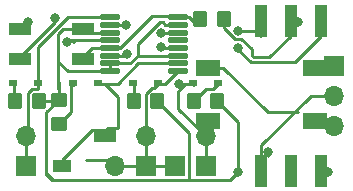
<source format=gbr>
%TF.GenerationSoftware,KiCad,Pcbnew,7.0.9*%
%TF.CreationDate,2024-03-13T02:47:38-05:00*%
%TF.ProjectId,SWITCHES,53574954-4348-4455-932e-6b696361645f,rev?*%
%TF.SameCoordinates,Original*%
%TF.FileFunction,Copper,L1,Top*%
%TF.FilePolarity,Positive*%
%FSLAX46Y46*%
G04 Gerber Fmt 4.6, Leading zero omitted, Abs format (unit mm)*
G04 Created by KiCad (PCBNEW 7.0.9) date 2024-03-13 02:47:38*
%MOMM*%
%LPD*%
G01*
G04 APERTURE LIST*
G04 Aperture macros list*
%AMRoundRect*
0 Rectangle with rounded corners*
0 $1 Rounding radius*
0 $2 $3 $4 $5 $6 $7 $8 $9 X,Y pos of 4 corners*
0 Add a 4 corners polygon primitive as box body*
4,1,4,$2,$3,$4,$5,$6,$7,$8,$9,$2,$3,0*
0 Add four circle primitives for the rounded corners*
1,1,$1+$1,$2,$3*
1,1,$1+$1,$4,$5*
1,1,$1+$1,$6,$7*
1,1,$1+$1,$8,$9*
0 Add four rect primitives between the rounded corners*
20,1,$1+$1,$2,$3,$4,$5,0*
20,1,$1+$1,$4,$5,$6,$7,0*
20,1,$1+$1,$6,$7,$8,$9,0*
20,1,$1+$1,$8,$9,$2,$3,0*%
G04 Aperture macros list end*
%TA.AperFunction,SMDPad,CuDef*%
%ADD10R,2.100000X1.400000*%
%TD*%
%TA.AperFunction,SMDPad,CuDef*%
%ADD11R,0.660400X0.609600*%
%TD*%
%TA.AperFunction,SMDPad,CuDef*%
%ADD12RoundRect,0.250000X-0.350000X-0.450000X0.350000X-0.450000X0.350000X0.450000X-0.350000X0.450000X0*%
%TD*%
%TA.AperFunction,SMDPad,CuDef*%
%ADD13R,1.000000X2.700000*%
%TD*%
%TA.AperFunction,ComponentPad*%
%ADD14R,1.700000X1.700000*%
%TD*%
%TA.AperFunction,ComponentPad*%
%ADD15O,1.700000X1.700000*%
%TD*%
%TA.AperFunction,SMDPad,CuDef*%
%ADD16R,1.900000X1.000000*%
%TD*%
%TA.AperFunction,SMDPad,CuDef*%
%ADD17R,1.500000X1.000000*%
%TD*%
%TA.AperFunction,SMDPad,CuDef*%
%ADD18R,1.875000X1.050000*%
%TD*%
%TA.AperFunction,SMDPad,CuDef*%
%ADD19RoundRect,0.020500X-0.764500X-0.184500X0.764500X-0.184500X0.764500X0.184500X-0.764500X0.184500X0*%
%TD*%
%TA.AperFunction,SMDPad,CuDef*%
%ADD20RoundRect,0.250000X0.450000X-0.350000X0.450000X0.350000X-0.450000X0.350000X-0.450000X-0.350000X0*%
%TD*%
%TA.AperFunction,ViaPad*%
%ADD21C,0.800000*%
%TD*%
%TA.AperFunction,Conductor*%
%ADD22C,0.250000*%
%TD*%
G04 APERTURE END LIST*
D10*
%TO.P,S2,1*%
%TO.N,GND*%
X166550000Y-89650000D03*
%TO.P,S2,2*%
%TO.N,/OUTPUT0*%
X157450000Y-89650000D03*
%TO.P,S2,3*%
%TO.N,/VCC_RES*%
X166550000Y-85150000D03*
%TO.P,S2,4*%
%TO.N,/DEBOUNCE1*%
X157450000Y-85150000D03*
%TD*%
D11*
%TO.P,LED6,1*%
%TO.N,Net-(LED6-Pad1)*%
X151080500Y-86400000D03*
%TO.P,LED6,2*%
%TO.N,/OUTPUT1*%
X153239500Y-86400000D03*
%TD*%
D12*
%TO.P,R1,1*%
%TO.N,VCC*%
X156800000Y-81000000D03*
%TO.P,R1,2*%
%TO.N,/VCC_RES*%
X158800000Y-81000000D03*
%TD*%
D13*
%TO.P,S1,1,1*%
%TO.N,/DEBOUNCE0*%
X167040000Y-81150000D03*
%TO.P,S1,2,2*%
%TO.N,/DEBOUNCE1*%
X161960000Y-93850000D03*
%TO.P,S1,4,4*%
%TO.N,/DEBOUNCE2*%
X161960000Y-81150000D03*
%TO.P,S1,8,8*%
%TO.N,/DEBOUNCE3*%
X167040000Y-93850000D03*
%TO.P,S1,C1,C1*%
%TO.N,/VCC_RES*%
X164500000Y-81150000D03*
%TO.P,S1,C2,C2*%
%TO.N,unconnected-(S1-PadC2)*%
X164500000Y-93850000D03*
%TD*%
D14*
%TO.P,J8,1,Pin_1*%
%TO.N,/OUTPUT1*%
X154660000Y-93500000D03*
D15*
%TO.P,J8,3,Pin_3*%
X149580000Y-93500000D03*
%TD*%
D14*
%TO.P,J7,1,Pin_1*%
%TO.N,/OUTPUT3*%
X142000000Y-93500000D03*
D15*
%TO.P,J7,2,Pin_2*%
X142000000Y-90960000D03*
%TD*%
D16*
%TO.P,J6,1,Pin_1*%
%TO.N,/OUTPUT2*%
X148730000Y-90960000D03*
D17*
%TO.P,J6,2,Pin_2*%
X145080000Y-93500000D03*
%TD*%
D11*
%TO.P,LED5,1*%
%TO.N,Net-(LED5-Pad1)*%
X158319500Y-86400000D03*
%TO.P,LED5,2*%
%TO.N,/OUTPUT0*%
X156160500Y-86400000D03*
%TD*%
%TO.P,LED7,1*%
%TO.N,Net-(LED7-Pad1)*%
X146000500Y-86400000D03*
%TO.P,LED7,2*%
%TO.N,/OUTPUT2*%
X148159500Y-86400000D03*
%TD*%
%TO.P,LED8,1*%
%TO.N,Net-(LED8-Pad1)*%
X140920500Y-86400000D03*
%TO.P,LED8,2*%
%TO.N,/OUTPUT3*%
X143079500Y-86400000D03*
%TD*%
D18*
%TO.P,D1,1*%
%TO.N,VCC*%
X146862500Y-84400000D03*
%TO.P,D1,2*%
%TO.N,Net-(J5-PWR)*%
X141537500Y-84400000D03*
%TO.P,D1,3*%
%TO.N,GND*%
X146862500Y-81900000D03*
%TO.P,D1,4*%
%TO.N,Net-(J4-PWR)*%
X141537500Y-81900000D03*
%TD*%
D19*
%TO.P,U1,1,Q4*%
%TO.N,/OUTPUT3*%
X149130000Y-80875000D03*
%TO.P,U1,2,Q1*%
%TO.N,/OUTPUT0*%
X149130000Y-81525000D03*
%TO.P,U1,3,R1*%
%TO.N,GND*%
X149130000Y-82175000D03*
%TO.P,U1,4,S1*%
%TO.N,/DEBOUNCE0*%
X149130000Y-82825000D03*
%TO.P,U1,5,ENABLE*%
%TO.N,VCC*%
X149130000Y-83475000D03*
%TO.P,U1,6,S2*%
%TO.N,/DEBOUNCE1*%
X149130000Y-84125000D03*
%TO.P,U1,7,R2*%
%TO.N,GND*%
X149130000Y-84775000D03*
%TO.P,U1,8,VSS*%
X149130000Y-85425000D03*
%TO.P,U1,9,Q2*%
%TO.N,/OUTPUT1*%
X154870000Y-85425000D03*
%TO.P,U1,10,Q3*%
%TO.N,/OUTPUT2*%
X154870000Y-84775000D03*
%TO.P,U1,11,R3*%
%TO.N,GND*%
X154870000Y-84125000D03*
%TO.P,U1,12,S3*%
%TO.N,/DEBOUNCE2*%
X154870000Y-83475000D03*
%TO.P,U1,13*%
%TO.N,N/C*%
X154870000Y-82825000D03*
%TO.P,U1,14,S4*%
%TO.N,/DEBOUNCE3*%
X154870000Y-82175000D03*
%TO.P,U1,15,R4*%
%TO.N,GND*%
X154870000Y-81525000D03*
%TO.P,U1,16,VDD*%
%TO.N,VCC*%
X154870000Y-80875000D03*
%TD*%
D14*
%TO.P,J1,1,Pin_1*%
%TO.N,/VCC_RES*%
X168150000Y-85000000D03*
D15*
%TO.P,J1,2,Pin_2*%
%TO.N,/DEBOUNCE1*%
X168150000Y-87540000D03*
%TO.P,J1,3,Pin_3*%
%TO.N,GND*%
X168150000Y-90080000D03*
%TD*%
D14*
%TO.P,J2,1,Pin_1*%
%TO.N,/OUTPUT0*%
X157240000Y-93500000D03*
D15*
%TO.P,J2,2,Pin_2*%
X157240000Y-90960000D03*
%TD*%
D14*
%TO.P,J3,1,Pin_1*%
%TO.N,/OUTPUT1*%
X152160000Y-93500000D03*
D15*
%TO.P,J3,2,Pin_2*%
X152160000Y-90960000D03*
%TD*%
D12*
%TO.P,R5,1*%
%TO.N,Net-(LED5-Pad1)*%
X156240000Y-88000000D03*
%TO.P,R5,2*%
%TO.N,GND*%
X158240000Y-88000000D03*
%TD*%
%TO.P,R6,1*%
%TO.N,Net-(LED6-Pad1)*%
X151160000Y-88000000D03*
%TO.P,R6,2*%
%TO.N,GND*%
X153160000Y-88000000D03*
%TD*%
D20*
%TO.P,R7,1*%
%TO.N,Net-(LED7-Pad1)*%
X144800000Y-89900000D03*
%TO.P,R7,2*%
%TO.N,GND*%
X144800000Y-87900000D03*
%TD*%
D12*
%TO.P,R8,1*%
%TO.N,Net-(LED8-Pad1)*%
X141150000Y-88000000D03*
%TO.P,R8,2*%
%TO.N,GND*%
X143150000Y-88000000D03*
%TD*%
D21*
%TO.N,GND*%
X160020000Y-93980000D03*
%TO.N,Net-(J5-PWR)*%
X144462701Y-80962701D03*
%TO.N,Net-(J4-PWR)*%
X142240000Y-81280000D03*
%TO.N,/OUTPUT0*%
X150500000Y-81500000D03*
X155000000Y-86500000D03*
%TO.N,/VCC_RES*%
X165100000Y-81280000D03*
%TO.N,/DEBOUNCE0*%
X160020000Y-83500000D03*
X145500000Y-83000000D03*
%TO.N,/DEBOUNCE3*%
X167640000Y-93980000D03*
X153500000Y-82200000D03*
%TO.N,/DEBOUNCE1*%
X162560000Y-92300000D03*
X150600000Y-84000000D03*
%TO.N,/DEBOUNCE2*%
X160000000Y-82000000D03*
X153500000Y-83400000D03*
%TD*%
D22*
%TO.N,GND*%
X147320000Y-94675000D02*
X154440000Y-94675000D01*
X144800000Y-86385000D02*
X144800000Y-87900000D01*
X144775000Y-86360000D02*
X144800000Y-86385000D01*
X145186396Y-81900000D02*
X144775000Y-82311396D01*
X144800000Y-87900000D02*
X143775000Y-88925000D01*
X149130000Y-85425000D02*
X149130000Y-84775000D01*
X160020000Y-89780000D02*
X158240000Y-88000000D01*
X151534104Y-84125000D02*
X154870000Y-84125000D01*
X144700000Y-88000000D02*
X144800000Y-87900000D01*
X144775000Y-84625000D02*
X144775000Y-86360000D01*
X144215000Y-94675000D02*
X147320000Y-94675000D01*
X160020000Y-93980000D02*
X160020000Y-89780000D01*
X143150000Y-88000000D02*
X144700000Y-88000000D01*
X149130000Y-82175000D02*
X146937500Y-82175000D01*
X153160000Y-88000000D02*
X155835000Y-90675000D01*
X155835000Y-94675000D02*
X154440000Y-94675000D01*
X154870000Y-81525000D02*
X153850305Y-81525000D01*
X166980000Y-90080000D02*
X166550000Y-89650000D01*
X143845000Y-94165000D02*
X144355000Y-94675000D01*
X153394695Y-81280000D02*
X151534104Y-83140591D01*
X153850305Y-81525000D02*
X153605305Y-81280000D01*
X159325000Y-94675000D02*
X160020000Y-93980000D01*
X149130000Y-84775000D02*
X150884104Y-84775000D01*
X150884104Y-84775000D02*
X151534104Y-84125000D01*
X144775000Y-86360000D02*
X144775000Y-86975000D01*
X143775000Y-88925000D02*
X143775000Y-94235000D01*
X144355000Y-94675000D02*
X147320000Y-94675000D01*
X146862500Y-81900000D02*
X145186396Y-81900000D01*
X143775000Y-94235000D02*
X144215000Y-94675000D01*
X168100000Y-90080000D02*
X166980000Y-90080000D01*
X155835000Y-90675000D02*
X155835000Y-94675000D01*
X144775000Y-84625000D02*
X145575000Y-85425000D01*
X144775000Y-82311396D02*
X144775000Y-84625000D01*
X154440000Y-94675000D02*
X159325000Y-94675000D01*
X145575000Y-85425000D02*
X149130000Y-85425000D01*
X151534104Y-83140591D02*
X151534104Y-84125000D01*
X153605305Y-81280000D02*
X153394695Y-81280000D01*
X146937500Y-82175000D02*
X146662500Y-81900000D01*
%TO.N,VCC*%
X155875000Y-80875000D02*
X156500000Y-81500000D01*
X149999695Y-83475000D02*
X149130000Y-83475000D01*
X154770000Y-80775000D02*
X152699695Y-80775000D01*
X152699695Y-80775000D02*
X149999695Y-83475000D01*
X147587500Y-83475000D02*
X146662500Y-84400000D01*
X154870000Y-80875000D02*
X154770000Y-80775000D01*
X154870000Y-80875000D02*
X155875000Y-80875000D01*
X149130000Y-83475000D02*
X147587500Y-83475000D01*
%TO.N,Net-(J5-PWR)*%
X144462701Y-80962701D02*
X144462701Y-81274799D01*
X144462701Y-81274799D02*
X141337500Y-84400000D01*
%TO.N,Net-(J4-PWR)*%
X141957500Y-81280000D02*
X141337500Y-81900000D01*
X142240000Y-81280000D02*
X141957500Y-81280000D01*
%TO.N,/OUTPUT0*%
X155580300Y-86500000D02*
X154940000Y-87140300D01*
X156160500Y-86500000D02*
X155580300Y-86500000D01*
X155000000Y-86500000D02*
X156160500Y-86500000D01*
X156240000Y-86579500D02*
X156160500Y-86500000D01*
X149155000Y-81500000D02*
X149130000Y-81525000D01*
X154940000Y-88660000D02*
X157240000Y-90960000D01*
X154940000Y-87140300D02*
X154940000Y-88660000D01*
X150500000Y-81500000D02*
X149155000Y-81500000D01*
X157240000Y-90460000D02*
X157240000Y-93000000D01*
%TO.N,/OUTPUT1*%
X152160000Y-90460000D02*
X152160000Y-87386827D01*
X154660000Y-93500000D02*
X152160000Y-93500000D01*
X152910278Y-86879000D02*
X153239500Y-86549778D01*
X152160000Y-90460000D02*
X152160000Y-93000000D01*
X153795000Y-86500000D02*
X154870000Y-85425000D01*
X153239500Y-86549778D02*
X153239500Y-86500000D01*
X152160000Y-93500000D02*
X149580000Y-93500000D01*
X153239500Y-86500000D02*
X153795000Y-86500000D01*
X147080000Y-93000000D02*
X149620000Y-93000000D01*
X152160000Y-87386827D02*
X152667827Y-86879000D01*
X152667827Y-86879000D02*
X152910278Y-86879000D01*
%TO.N,/OUTPUT2*%
X148739700Y-86500000D02*
X149860000Y-87620300D01*
X148970000Y-90220000D02*
X148730000Y-90460000D01*
X151520500Y-84775000D02*
X154870000Y-84775000D01*
X148159500Y-86500000D02*
X149795500Y-86500000D01*
X148159500Y-86500000D02*
X148739700Y-86500000D01*
X149795500Y-86500000D02*
X151520500Y-84775000D01*
X149860000Y-90220000D02*
X148970000Y-90220000D01*
X145080000Y-93000000D02*
X147620000Y-90460000D01*
X149860000Y-87620300D02*
X149860000Y-90220000D01*
X147620000Y-90460000D02*
X148730000Y-90460000D01*
%TO.N,/OUTPUT3*%
X145575000Y-80875000D02*
X149130000Y-80875000D01*
X143079500Y-86500000D02*
X143079500Y-86975000D01*
X142000000Y-90460000D02*
X142000000Y-93000000D01*
X142225000Y-87311827D02*
X142225000Y-90235000D01*
X142225000Y-90235000D02*
X142000000Y-90460000D01*
X143079500Y-86500000D02*
X143079500Y-83370500D01*
X143079500Y-83370500D02*
X145575000Y-80875000D01*
X143079500Y-86975000D02*
X142561827Y-86975000D01*
X142561827Y-86975000D02*
X142225000Y-87311827D01*
%TO.N,Net-(LED5-Pad1)*%
X157265000Y-86975000D02*
X157894278Y-86975000D01*
X157894278Y-86975000D02*
X158319500Y-86549778D01*
X158319500Y-86549778D02*
X158319500Y-86500000D01*
X157265000Y-86975000D02*
X156240000Y-88000000D01*
X158319500Y-86450222D02*
X158319500Y-86500000D01*
%TO.N,Net-(LED6-Pad1)*%
X151160000Y-88000000D02*
X151160000Y-86579500D01*
X151160000Y-86579500D02*
X151080500Y-86500000D01*
%TO.N,Net-(LED7-Pad1)*%
X145825000Y-86675500D02*
X146000500Y-86500000D01*
X144800000Y-89900000D02*
X145825000Y-88875000D01*
X146080000Y-86579500D02*
X146000500Y-86500000D01*
X146000500Y-86500000D02*
X146000500Y-86549778D01*
X145825000Y-88875000D02*
X145825000Y-86675500D01*
%TO.N,Net-(LED8-Pad1)*%
X141000000Y-88000000D02*
X141000000Y-86579500D01*
X141000000Y-86579500D02*
X140920500Y-86500000D01*
%TO.N,/VCC_RES*%
X164955505Y-81273562D02*
X164959314Y-81277371D01*
X161135000Y-84095000D02*
X161135000Y-83589695D01*
X161135000Y-83589695D02*
X160270305Y-82725000D01*
X158800000Y-81825305D02*
X158800000Y-81000000D01*
X164500000Y-82420000D02*
X164460000Y-82420000D01*
X164460000Y-82420000D02*
X162655000Y-84225000D01*
X164959314Y-81277371D02*
X164978987Y-81327495D01*
X162655000Y-84225000D02*
X161265000Y-84225000D01*
X167600000Y-85000000D02*
X167475000Y-85125000D01*
X161265000Y-84225000D02*
X161135000Y-84095000D01*
X168000000Y-85150000D02*
X168150000Y-85000000D01*
X166550000Y-85150000D02*
X168000000Y-85150000D01*
X160270305Y-82725000D02*
X159699695Y-82725000D01*
X164623562Y-81273562D02*
X164955505Y-81273562D01*
X164500000Y-81150000D02*
X164623562Y-81273562D01*
X159699695Y-82725000D02*
X158800000Y-81825305D01*
X167680000Y-85000000D02*
X168000000Y-85000000D01*
X167080000Y-85000000D02*
X167600000Y-85000000D01*
%TO.N,/DEBOUNCE0*%
X164785000Y-84675000D02*
X161078604Y-84675000D01*
X145775000Y-82825000D02*
X145500000Y-83100000D01*
X149130000Y-82825000D02*
X146175000Y-82825000D01*
X167040000Y-82420000D02*
X164785000Y-84675000D01*
X161078604Y-84675000D02*
X160020000Y-83616396D01*
X146175000Y-82825000D02*
X146000000Y-83000000D01*
X146175000Y-82825000D02*
X145775000Y-82825000D01*
X160020000Y-83616396D02*
X160020000Y-83500000D01*
%TO.N,/DEBOUNCE3*%
X153525000Y-82175000D02*
X153500000Y-82200000D01*
X167040000Y-92580000D02*
X167040000Y-93380000D01*
X167040000Y-93380000D02*
X167640000Y-93980000D01*
X154870000Y-82175000D02*
X153525000Y-82175000D01*
%TO.N,/DEBOUNCE1*%
X158750000Y-85150000D02*
X162500000Y-88900000D01*
X157450000Y-85150000D02*
X158750000Y-85150000D01*
X162560000Y-92300000D02*
X162560000Y-92580000D01*
X161960000Y-91730000D02*
X166150000Y-87540000D01*
X161960000Y-92580000D02*
X161960000Y-91730000D01*
X150600000Y-83800000D02*
X150275000Y-84125000D01*
X162500000Y-88900000D02*
X165100000Y-88900000D01*
X150275000Y-84125000D02*
X149130000Y-84125000D01*
X166150000Y-87540000D02*
X167600000Y-87540000D01*
%TO.N,/DEBOUNCE2*%
X161960000Y-81880000D02*
X161960000Y-82420000D01*
X154870000Y-83475000D02*
X153525000Y-83475000D01*
X161540000Y-82000000D02*
X161960000Y-82420000D01*
X160000000Y-82000000D02*
X161540000Y-82000000D01*
X153525000Y-83475000D02*
X153500000Y-83500000D01*
%TD*%
M02*

</source>
